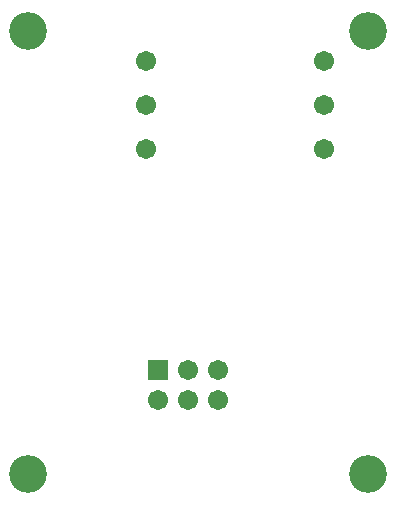
<source format=gts>
G04 Layer_Color=8388736*
%FSLAX44Y44*%
%MOMM*%
G71*
G01*
G75*
%ADD16C,1.7032*%
%ADD17R,1.7032X1.7032*%
%ADD18C,3.2032*%
D16*
X287500Y387500D02*
D03*
Y350000D02*
D03*
Y312500D02*
D03*
X137500D02*
D03*
Y350000D02*
D03*
Y387500D02*
D03*
X147500Y100000D02*
D03*
X172900Y125400D02*
D03*
Y100000D02*
D03*
X198300Y125400D02*
D03*
Y100000D02*
D03*
D17*
X147500Y125400D02*
D03*
D18*
X37500Y412500D02*
D03*
X325000D02*
D03*
Y37500D02*
D03*
X37500D02*
D03*
M02*

</source>
